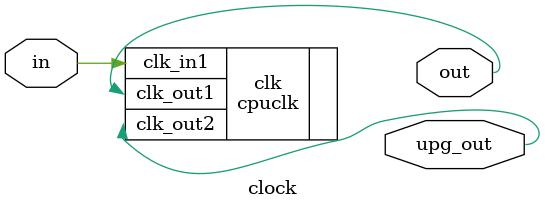
<source format=v>
`timescale 1ns / 1ps


module clock(in, out, upg_out);
input in;
output out;
output upg_out;
cpuclk clk (
    .clk_in1(in),
    .clk_out1(out),
    .clk_out2(upg_out)
);
endmodule

</source>
